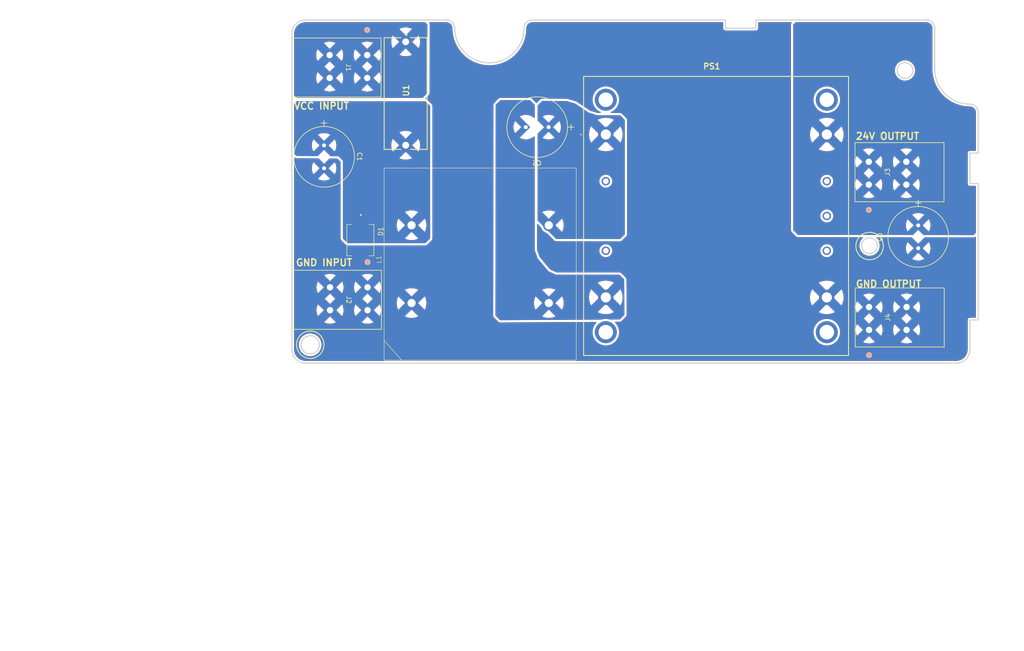
<source format=kicad_pcb>
(kicad_pcb (version 20221018) (generator pcbnew)
  (layers (0 "F.Cu" signal) (31 "B.Cu" signal) (34 "B.Paste" user) (35 "F.Paste" user) (36 "B.SilkS" user "B.Silkscreen") (37 "F.SilkS" user "F.Silkscreen") (38 "B.Mask" user) (39 "F.Mask" user) (44 "Edge.Cuts" user))
  (net 0 "")
  (net 1 "+24V")
  (net 2 "GND")
  (net 3 "BATT+")
  (net 13 "Net-(L1-2N1)")
  (net 14 "Net-(L1-2N2)")
  (net 15 "Net-(J1-Pad1_1)")
  (footprint "2604-1102:2604" (layer "F.Cu") (at 132.065399 30.5786 -90)
    (fp_text reference "J1" (at 2.725001 4.099999 -90 unlocked) (layer "F.SilkS"))
    (fp_text value "BATT+")
    (fp_circle (center -5.504599 0) (end -5.123599 0) (stroke (width 0.508)) (fill none) (layer "B.SilkS"))
    (fp_line (start -3.726599 -3.027) (end -3.726599 16.4294) (stroke (width 0.1524)) (layer "F.SilkS"))
    (fp_line (start -3.726599 16.4294) (end 9.176601 16.4294) (stroke (width 0.1524)) (layer "F.SilkS"))
    (fp_line (start 9.176601 -3.027) (end -3.726599 -3.027) (stroke (width 0.1524)) (layer "F.SilkS"))
    (fp_line (start 9.176601 16.4294) (end 9.176601 -3.027) (stroke (width 0.1524)) (layer "F.SilkS"))
    (fp_circle (center -5.504599 0) (end -5.123599 0) (stroke (width 0.508)) (fill none) (layer "F.SilkS"))
    (pad "1_1" thru_hole circle (at 0 0 270) (size 1.905 1.905) (drill 1.397) (layers "*.Cu" "*.Mask") (net 15 "Net-(J1-Pad1_1)"))
    (pad "1_2" thru_hole circle (at 0 8.199999 270) (size 1.905 1.905) (drill 1.397) (layers "*.Cu" "*.Mask") (net 15 "Net-(J1-Pad1_1)"))
    (pad "2_1" thru_hole circle (at 5 0 270) (size 1.905 1.905) (drill 1.397) (layers "*.Cu" "*.Mask") (net 15 "Net-(J1-Pad1_1)"))
    (pad "2_2" thru_hole circle (at 5 8.199999 270) (size 1.905 1.905) (drill 1.397) (layers "*.Cu" "*.Mask") (net 15 "Net-(J1-Pad1_1)"))
  )
  (footprint "100PX220MEFC12.5X20:CAP_PK&slash_PZ_12P5X20_LOW_RUB" (layer "F.Cu") (at 122.6462 50.30615 -90)
    (fp_text reference "C1" (at 2.46825 -7.747 -90 unlocked) (layer "F.SilkS"))
    (fp_text value "100PX220MEFC12.5X20")
    (fp_line (start -5.5264 0) (end -4.2564 0) (stroke (width 0.1524)) (layer "F.SilkS"))
    (fp_line (start -4.8914 -0.635) (end -4.8914 0.635) (stroke (width 0.1524)) (layer "F.SilkS"))
    (fp_circle (center 2.5 0) (end 9.1294 0) (stroke (width 0.1524)) (fill none) (layer "F.SilkS"))
    (pad "1" thru_hole circle (at 0 0 270) (size 1.3716 1.3716) (drill 0.8636) (layers "*.Cu" "*.Mask") (net 3 "BATT+"))
    (pad "2" thru_hole circle (at 5 0 270) (size 1.3716 1.3716) (drill 0.8636) (layers "*.Cu" "*.Mask") (net 2 "GND"))
  )
  (footprint "100PX220MEFC12.5X20:CAP_PK&slash_PZ_12P5X20_LOW_RUB" (layer "F.Cu") (at 252.491 67.7896 -90)
    (fp_text reference "C3" (at 2.587 8.382 -90 unlocked) (layer "F.SilkS"))
    (fp_text value "100PX220MEFC12.5X20")
    (fp_line (start -5.5264 0) (end -4.2564 0) (stroke (width 0.1524)) (layer "F.SilkS"))
    (fp_line (start -4.8914 -0.635) (end -4.8914 0.635) (stroke (width 0.1524)) (layer "F.SilkS"))
    (fp_circle (center 2.5 0) (end 9.1294 0) (stroke (width 0.1524)) (fill none) (layer "F.SilkS"))
    (pad "1" thru_hole circle (at 0 0 270) (size 1.3716 1.3716) (drill 0.8636) (layers "*.Cu" "*.Mask") (net 1 "+24V"))
    (pad "2" thru_hole circle (at 5 0 270) (size 1.3716 1.3716) (drill 0.8636) (layers "*.Cu" "*.Mask") (net 2 "GND"))
  )
  (footprint "2604-1102:2604" (layer "F.Cu") (at 241.696 58.892 90)
    (fp_text reference "J3" (at 2.725001 4.099999 90 unlocked) (layer "F.SilkS"))
    (fp_text value "24V")
    (fp_circle (center -5.504599 0) (end -5.123599 0) (stroke (width 0.508)) (fill none) (layer "B.SilkS"))
    (fp_line (start -3.726599 -3.027) (end -3.726599 16.4294) (stroke (width 0.1524)) (layer "F.SilkS"))
    (fp_line (start -3.726599 16.4294) (end 9.176601 16.4294) (stroke (width 0.1524)) (layer "F.SilkS"))
    (fp_line (start 9.176601 -3.027) (end -3.726599 -3.027) (stroke (width 0.1524)) (layer "F.SilkS"))
    (fp_line (start 9.176601 16.4294) (end 9.176601 -3.027) (stroke (width 0.1524)) (layer "F.SilkS"))
    (fp_circle (center -5.504599 0) (end -5.123599 0) (stroke (width 0.508)) (fill none) (layer "F.SilkS"))
    (pad "1_1" thru_hole circle (at 0 0 90) (size 1.905 1.905) (drill 1.397) (layers "*.Cu" "*.Mask") (net 1 "+24V"))
    (pad "1_2" thru_hole circle (at 0 8.199999 90) (size 1.905 1.905) (drill 1.397) (layers "*.Cu" "*.Mask") (net 1 "+24V"))
    (pad "2_1" thru_hole circle (at 5 0 90) (size 1.905 1.905) (drill 1.397) (layers "*.Cu" "*.Mask") (net 1 "+24V"))
    (pad "2_2" thru_hole circle (at 5 8.199999 90) (size 1.905 1.905) (drill 1.397) (layers "*.Cu" "*.Mask") (net 1 "+24V"))
  )
  (footprint "2604-1102:2604" (layer "F.Cu") (at 132.1414 81.329499 -90)
    (fp_text reference "J2" (at 2.725001 4.099999 -90 unlocked) (layer "F.SilkS"))
    (fp_text value "GND")
    (fp_circle (center -5.504599 0) (end -5.123599 0) (stroke (width 0.508)) (fill none) (layer "B.SilkS"))
    (fp_line (start -3.726599 -3.027) (end -3.726599 16.4294) (stroke (width 0.1524)) (layer "F.SilkS"))
    (fp_line (start -3.726599 16.4294) (end 9.176601 16.4294) (stroke (width 0.1524)) (layer "F.SilkS"))
    (fp_line (start 9.176601 -3.027) (end -3.726599 -3.027) (stroke (width 0.1524)) (layer "F.SilkS"))
    (fp_line (start 9.176601 16.4294) (end 9.176601 -3.027) (stroke (width 0.1524)) (layer "F.SilkS"))
    (fp_circle (center -5.504599 0) (end -5.123599 0) (stroke (width 0.508)) (fill none) (layer "F.SilkS"))
    (pad "1_1" thru_hole circle (at 0 0 270) (size 1.905 1.905) (drill 1.397) (layers "*.Cu" "*.Mask") (net 2 "GND"))
    (pad "1_2" thru_hole circle (at 0 8.199999 270) (size 1.905 1.905) (drill 1.397) (layers "*.Cu" "*.Mask") (net 2 "GND"))
    (pad "2_1" thru_hole circle (at 5 0 270) (size 1.905 1.905) (drill 1.397) (layers "*.Cu" "*.Mask") (net 2 "GND"))
    (pad "2_2" thru_hole circle (at 5 8.199999 270) (size 1.905 1.905) (drill 1.397) (layers "*.Cu" "*.Mask") (net 2 "GND"))
  )
  (footprint "696108003002:WR-FSH_THT_2" (layer "F.Cu") (at 140.477 38.9792 -90)
    (fp_text reference "U1" (at -0.662 -0.1 90) (layer "F.SilkS") (effects (font (size 1.27 1.27) (thickness 0.254))))
    (fp_text value "696108003002" hide)
    (fp_line (start -12.2 -4.7) (end -12.2 -1.023) (stroke (width 0.2)) (layer "F.SilkS"))
    (fp_line (start -12.2 -4.7) (end 12.2 -4.7) (stroke (width 0.2)) (layer "F.SilkS"))
    (fp_line (start -12.2 4.7) (end -12.2 1.023) (stroke (width 0.2)) (layer "F.SilkS"))
    (fp_line (start 12.2 -4.7) (end 12.2 -1.023) (stroke (width 0.2)) (layer "F.SilkS"))
    (fp_line (start 12.2 4.7) (end -12.2 4.7) (stroke (width 0.2)) (layer "F.SilkS"))
    (fp_line (start 12.2 4.7) (end 12.2 1.023) (stroke (width 0.2)) (layer "F.SilkS"))
    (fp_circle (center -12.887 -0.113) (end -12.887 -0.04651) (stroke (width 0.2)) (fill none) (layer "F.SilkS"))
    (pad "1" thru_hole circle (at -11.3 0 270) (size 2.3 2.3) (drill 1.5) (layers "*.Cu" "*.Mask") (net 15 "Net-(J1-Pad1_1)"))
    (pad "2" thru_hole circle (at 11.3 0 270) (size 2.3 2.3) (drill 1.5) (layers "*.Cu" "*.Mask") (net 3 "BATT+"))
  )
  (footprint "QSB30024S24:QSB30024S24" (layer "F.Cu") (at 184.2158 47.9338)
    (fp_text reference "PS1" (at 23.1648 -14.8952) (layer "F.SilkS") (effects (font (size 1.27 1.27) (thickness 0.254))))
    (fp_text value "QSB30024S24" hide)
    (fp_line (start -5.5 0) (end -5.5 0) (stroke (width 0.2)) (layer "F.SilkS"))
    (fp_line (start -5.5 0) (end -5.4 0) (stroke (width 0.2)) (layer "F.SilkS"))
    (fp_line (start -5.4 0) (end -5.4 0) (stroke (width 0.2)) (layer "F.SilkS"))
    (fp_line (start -4.85 -12.7) (end -4.85 48.3) (stroke (width 0.2)) (layer "F.SilkS"))
    (fp_line (start -4.85 48.3) (end 53.05 48.3) (stroke (width 0.2)) (layer "F.SilkS"))
    (fp_line (start 53.05 -12.7) (end -4.85 -12.7) (stroke (width 0.2)) (layer "F.SilkS"))
    (fp_line (start 53.05 48.3) (end 53.05 -12.7) (stroke (width 0.2)) (layer "F.SilkS"))
    (fp_arc (start -5.5 0) (mid -5.45 -0.05) (end -5.4 0) (stroke (width 0.2)) (layer "F.SilkS"))
    (fp_arc (start -5.4 0) (mid -5.45 0.05) (end -5.5 0) (stroke (width 0.2)) (layer "F.SilkS"))
    (pad "1" thru_hole circle (at 0 0) (size 3.345 3.345) (drill 2.23) (layers "*.Cu" "*.Mask") (net 14 "Net-(L1-2N2)"))
    (pad "2" thru_hole circle (at 0 10.2) (size 1.83 1.83) (drill 1.22) (layers "*.Cu" "*.Mask"))
    (pad "3" thru_hole circle (at 0 25.4) (size 1.83 1.83) (drill 1.22) (layers "*.Cu" "*.Mask"))
    (pad "4" thru_hole circle (at 0 35.6) (size 3.345 3.345) (drill 2.23) (layers "*.Cu" "*.Mask") (net 13 "Net-(L1-2N1)"))
    (pad "5" thru_hole circle (at 48.3 35.6) (size 3.345 3.345) (drill 2.23) (layers "*.Cu" "*.Mask") (net 2 "GND"))
    (pad "6" thru_hole circle (at 48.3 25.4) (size 1.83 1.83) (drill 1.22) (layers "*.Cu" "*.Mask"))
    (pad "7" thru_hole circle (at 48.3 17.8) (size 1.83 1.83) (drill 1.22) (layers "*.Cu" "*.Mask"))
    (pad "8" thru_hole circle (at 48.3 10.2) (size 1.83 1.83) (drill 1.22) (layers "*.Cu" "*.Mask"))
    (pad "9" thru_hole circle (at 48.3 0) (size 3.345 3.345) (drill 2.23) (layers "*.Cu" "*.Mask") (net 1 "+24V"))
    (pad "MH1" thru_hole circle (at 0 -7.6) (size 4.8 4.8) (drill 3.2) (layers "*.Cu" "*.Mask"))
    (pad "MH2" thru_hole circle (at 0 43.2) (size 4.8 4.8) (drill 3.2) (layers "*.Cu" "*.Mask"))
    (pad "MH3" thru_hole circle (at 48.3 -7.6) (size 4.8 4.8) (drill 3.2) (layers "*.Cu" "*.Mask"))
    (pad "MH4" thru_hole circle (at 48.3 43.2) (size 4.8 4.8) (drill 3.2) (layers "*.Cu" "*.Mask"))
  )
  (footprint "2604-1102:2604" (layer "F.Cu") (at 241.751001 90.642 90)
    (fp_text reference "J4" (at 2.725001 4.099999 90 unlocked) (layer "F.SilkS"))
    (fp_text value "GND")
    (fp_circle (center -5.504599 0) (end -5.123599 0) (stroke (width 0.508)) (fill none) (layer "B.SilkS"))
    (fp_line (start -3.726599 -3.027) (end -3.726599 16.4294) (stroke (width 0.1524)) (layer "F.SilkS"))
    (fp_line (start -3.726599 16.4294) (end 9.176601 16.4294) (stroke (width 0.1524)) (layer "F.SilkS"))
    (fp_line (start 9.176601 -3.027) (end -3.726599 -3.027) (stroke (width 0.1524)) (layer "F.SilkS"))
    (fp_line (start 9.176601 16.4294) (end 9.176601 -3.027) (stroke (width 0.1524)) (layer "F.SilkS"))
    (fp_circle (center -5.504599 0) (end -5.123599 0) (stroke (width 0.508)) (fill none) (layer "F.SilkS"))
    (pad "1_1" thru_hole circle (at 0 0 90) (size 1.905 1.905) (drill 1.397) (layers "*.Cu" "*.Mask") (net 2 "GND"))
    (pad "1_2" thru_hole circle (at 0 8.199999 90) (size 1.905 1.905) (drill 1.397) (layers "*.Cu" "*.Mask") (net 2 "GND"))
    (pad "2_1" thru_hole circle (at 5 0 90) (size 1.905 1.905) (drill 1.397) (layers "*.Cu" "*.Mask") (net 2 "GND"))
    (pad "2_2" thru_hole circle (at 5 8.199999 90) (size 1.905 1.905) (drill 1.397) (layers "*.Cu" "*.Mask") (net 2 "GND"))
  )
  (footprint "100PX220MEFC12.5X20:CAP_PK&slash_PZ_12P5X20_LOW_RUB" (layer "F.Cu") (at 171.72345 46.3228 180)
    (fp_text reference "C2" (at 2.54445 -7.7978 180 unlocked) (layer "F.SilkS"))
    (fp_text value "100PX220MEFC12.5X20")
    (fp_line (start -5.5264 0) (end -4.2564 0) (stroke (width 0.1524)) (layer "F.SilkS"))
    (fp_line (start -4.8914 -0.635) (end -4.8914 0.635) (stroke (width 0.1524)) (layer "F.SilkS"))
    (fp_circle (center 2.5 0) (end 9.1294 0) (stroke (width 0.1524)) (fill none) (layer "F.SilkS"))
    (pad "1" thru_hole circle (at 0 0 180) (size 1.3716 1.3716) (drill 0.8636) (layers "*.Cu" "*.Mask") (net 14 "Net-(L1-2N2)"))
    (pad "2" thru_hole circle (at 5 0 180) (size 1.3716 1.3716) (drill 0.8636) (layers "*.Cu" "*.Mask") (net 13 "Net-(L1-2N1)"))
  )
  (footprint "SMCJ40A:DIOM7959X262N" (layer "F.Cu") (at 130.571 71.0116 -90)
    (fp_text reference "D1" (at -1.905 -4.445 90) (layer "F.SilkS"))
    (fp_text value "SMCJ40A")
    (fp_line (start -3.4275 -2.9525) (end 3.4275 -2.9525) (stroke (width 0.127)) (layer "F.SilkS"))
    (fp_line (start -3.4275 -1.9) (end -3.4275 -2.9525) (stroke (width 0.127)) (layer "F.SilkS"))
    (fp_line (start -3.4275 1.9) (end -3.4275 2.9525) (stroke (width 0.127)) (layer "F.SilkS"))
    (fp_line (start -3.4275 2.9525) (end 3.4275 2.9525) (stroke (width 0.127)) (layer "F.SilkS"))
    (fp_line (start 3.4275 -2.9525) (end 3.4275 -1.9) (stroke (width 0.127)) (layer "F.SilkS"))
    (fp_line (start 3.4275 2.9525) (end 3.4275 1.9) (stroke (width 0.127)) (layer "F.SilkS"))
    (fp_circle (center -5.5 -0.1) (end -5.4 -0.1) (stroke (width 0.2)) (fill none) (layer "F.SilkS"))
    (pad "A" smd roundrect (at 3.485 0 270) (size 2.18 3.12) (layers "F.Cu" "F.Paste" "F.Mask") (roundrect_rratio 0.39) (net 2 "GND"))
    (pad "C" smd roundrect (at -3.485 0 270) (size 2.18 3.12) (layers "F.Cu" "F.Paste" "F.Mask") (roundrect_rratio 0.39) (net 3 "BATT+"))
  )
  (footprint "SC-14-15JH:SC-14-15JH" (layer "F.Cu") (at 156.7584 76.2694 90)
    (fp_text reference "L1" (at 1.016 -22.1234 90 unlocked) (layer "F.SilkS") (effects (font (thickness 0.1))))
    (fp_text value "SC-14-15JH")
    (fp_line (start -16.6878 -20.955) (end -20.9296 -17.2466) (stroke (width 0.1)) (layer "F.SilkS"))
    (fp_rect (start -21 -21) (end 21 21) (stroke (width 0.1)) (fill none) (layer "F.SilkS"))
    (pad "1" thru_hole circle (at -8.5 -15 90) (size 2.5 2.5) (drill 1.8) (layers "*.Cu" "*.Mask") (net 2 "GND"))
    (pad "2" thru_hole circle (at 8.5 -15 90) (size 2.5 2.5) (drill 1.8) (layers "*.Cu" "*.Mask") (net 3 "BATT+"))
    (pad "3" thru_hole circle (at 8.5 15 90) (size 2.5 2.5) (drill 1.8) (layers "*.Cu" "*.Mask") (net 14 "Net-(L1-2N2)"))
    (pad "4" thru_hole circle (at -8.5 15 90) (size 2.5 2.5) (drill 1.8) (layers "*.Cu" "*.Mask") (net 13 "Net-(L1-2N1)"))
  )
  (gr_circle (center 241.871 72.307) (end 244.871 72.307) (stroke (width 0.2)) (fill none) (layer "F.SilkS"))
  (gr_circle (center 119.6236 93.8716) (end 122.6236 93.8716) (stroke (width 0.2)) (fill none) (layer "F.SilkS"))
  (gr_line (start 210.366585 24.691777) (end 210.366585 22.897) (stroke (width 0.25)) (layer "Edge.Cuts"))
  (gr_circle (center 241.864253 72.234147) (end 243.578753 72.234147) (stroke (width 0.25)) (fill none) (layer "Edge.Cuts"))
  (gr_arc (start 263.803423 94.897) (mid 262.924742 97.018322) (end 260.803423 97.897) (stroke (width 0.25)) (layer "Edge.Cuts"))
  (gr_line (start 149.370153 22.897) (end 118.5982 22.897) (stroke (width 0.25)) (layer "Edge.Cuts"))
  (gr_line (start 217.024721 24.691777) (end 210.366585 24.691777) (stroke (width 0.25)) (layer "Edge.Cuts"))
  (gr_line (start 265.5982 52.001379) (end 265.5982 43.125747) (stroke (width 0.25)) (layer "Edge.Cuts"))
  (gr_line (start 263.803423 52.001379) (end 265.5982 52.001379) (stroke (width 0.25)) (layer "Edge.Cuts"))
  (gr_arc (start 166.327006 24.736147) (mid 158.768153 32.295) (end 151.2093 24.736147) (stroke (width 0.25)) (layer "Edge.Cuts"))
  (gr_line (start 210.366585 22.897) (end 168.166153 22.897) (stroke (width 0.25)) (layer "Edge.Cuts"))
  (gr_line (start 254.259453 22.897) (end 217.024721 22.897) (stroke (width 0.25)) (layer "Edge.Cuts"))
  (gr_line (start 263.803423 58.659515) (end 263.803423 52.001379) (stroke (width 0.25)) (layer "Edge.Cuts"))
  (gr_line (start 118.5982 97.897) (end 260.803423 97.897) (stroke (width 0.25)) (layer "Edge.Cuts"))
  (gr_line (start 263.803423 88.463079) (end 265.5982 88.463079) (stroke (width 0.25)) (layer "Edge.Cuts"))
  (gr_arc (start 115.5982 25.897) (mid 116.476877 23.775674) (end 118.5982 22.897) (stroke (width 0.25)) (layer "Edge.Cuts"))
  (gr_line (start 115.5982 25.897) (end 115.5982 94.897) (stroke (width 0.25)) (layer "Edge.Cuts"))
  (gr_line (start 217.024721 22.897) (end 217.024721 24.691777) (stroke (width 0.25)) (layer "Edge.Cuts"))
  (gr_line (start 256.0986 33.626147) (end 256.0986 24.736147) (stroke (width 0.25)) (layer "Edge.Cuts"))
  (gr_circle (center 119.5982 93.897) (end 121.585084 93.897) (stroke (width 0.25)) (fill none) (layer "Edge.Cuts"))
  (gr_arc (start 254.259453 22.897) (mid 255.559913 23.435687) (end 256.0986 24.736147) (stroke (width 0.25)) (layer "Edge.Cuts"))
  (gr_line (start 263.803423 94.897) (end 263.803423 88.463079) (stroke (width 0.25)) (layer "Edge.Cuts"))
  (gr_circle (center 249.604903 33.943647) (end 251.319403 33.943647) (stroke (width 0.25)) (fill none) (layer "Edge.Cuts"))
  (gr_line (start 265.5982 58.659515) (end 263.803423 58.659515) (stroke (width 0.25)) (layer "Edge.Cuts"))
  (gr_line (start 265.5982 88.463079) (end 265.5982 58.659515) (stroke (width 0.25)) (layer "Edge.Cuts"))
  (gr_arc (start 118.5982 97.897) (mid 116.476881 97.018319) (end 115.5982 94.897) (stroke (width 0.25)) (layer "Edge.Cuts"))
  (gr_arc (start 166.327006 24.736147) (mid 166.865699 23.435721) (end 168.166153 22.897) (stroke (width 0.25)) (layer "Edge.Cuts"))
  (gr_arc (start 263.759053 41.2866) (mid 258.342293 39.042907) (end 256.0986 33.626147) (stroke (width 0.25)) (layer "Edge.Cuts"))
  (gr_arc (start 263.759053 41.2866) (mid 265.059513 41.825287) (end 265.5982 43.125747) (stroke (width 0.25)) (layer "Edge.Cuts"))
  (gr_arc (start 149.370153 22.897) (mid 150.670613 23.435687) (end 151.2093 24.736147) (stroke (width 0.25)) (layer "Edge.Cuts"))
  (gr_text "GND OUTPUT" (at 238.724001 81.465399) (layer "F.SilkS") (effects (font (size 1.5 1.5) (thickness 0.3) bold) (justify left bottom)))
  (gr_text "VCC INPUT" (at 115.9406 42.589) (layer "F.SilkS") (effects (font (size 1.5 1.5) (thickness 0.3) bold) (justify left bottom)))
  (gr_text "GND INPUT" (at 116.347 76.8028) (layer "F.SilkS") (effects (font (size 1.5 1.5) (thickness 0.3) bold) (justify left bottom)))
  (gr_text "24V OUTPUT" (at 238.6944 49.181999) (layer "F.SilkS") (effects (font (size 1.5 1.5) (thickness 0.3) bold) (justify left bottom)))
  (zone (net 3) (net_name "BATT+") (layers "F&B.Cu") (priority 2) (connect_pads (clearance 0.5)) (min_thickness 0.25) (fill yes (thermal_gap 2) (thermal_bridge_width 2) (smoothing chamfer) (radius 1))
    (polygon (pts (xy 145.811 58.37533) (xy 145.811 40.684) (xy 114.95 40.684) (xy 114.838806 52.622) (xy 126.761 52.6728) (xy 126.761 71.672) (xy 145.811 71.672)))
  )
  (zone (net 14) (net_name "Net-(L1-2N2)") (layers "F&B.Cu") (priority 2) (connect_pads (clearance 0.5)) (min_thickness 0.25) (fill yes (thermal_gap 2) (thermal_bridge_width 2) (smoothing chamfer) (radius 1))
    (polygon (pts (xy 169.306 40.582189) (xy 169.306 70.757389) (xy 188.356 70.783) (xy 188.356 43.732) (xy 181.371 43.732) (xy 176.7228 40.6332)))
  )
  (zone (net 1) (net_name "+24V") (layers "F&B.Cu") (priority 2) (connect_pads (clearance 0.5)) (min_thickness 0.25) (fill yes (thermal_gap 2) (thermal_bridge_width 2) (smoothing chamfer) (radius 1))
    (polygon (pts (xy 225.186 18.967) (xy 265.5974 18.967) (xy 265.826 69.9194) (xy 225.186 69.8686)))
  )
  (zone (net 13) (net_name "Net-(L1-2N1)") (layers "F&B.Cu") (priority 2) (connect_pads (clearance 0.5)) (min_thickness 0.25) (fill yes (thermal_gap 2) (thermal_bridge_width 2) (smoothing chamfer) (radius 1))
    (polygon (pts (xy 160.162 40.43) (xy 160.0858 88.5122) (xy 188.2798 88.3598) (xy 188.2036 78.5808) (xy 172.3286 78.5808) (xy 168.671 74.212) (xy 168.671 40.43)))
  )
  (zone (net 15) (net_name "Net-(J1-Pad1_1)") (layers "F&B.Cu") (priority 2) (connect_pads (clearance 0.5)) (min_thickness 0.25) (fill yes (thermal_gap 2) (thermal_bridge_width 2) (smoothing chamfer) (radius 1))
    (polygon (pts (xy 145.2522 22.65) (xy 114.9246 22.5992) (xy 114.8992 39.922) (xy 145.176 39.922)))
  )
  (zone (net 2) (net_name "GND") (layers "F&B.Cu") (priority 1) (connect_pads (clearance 0.5)) (min_thickness 0.25) (fill yes (thermal_gap 2) (thermal_bridge_width 2) (smoothing chamfer) (radius 1))
    (polygon (pts (xy 110.886 18.5352) (xy 274.9954 18.7638) (xy 275.6304 101.9742) (xy 111.5718 103.0918)))
  )
)
</source>
